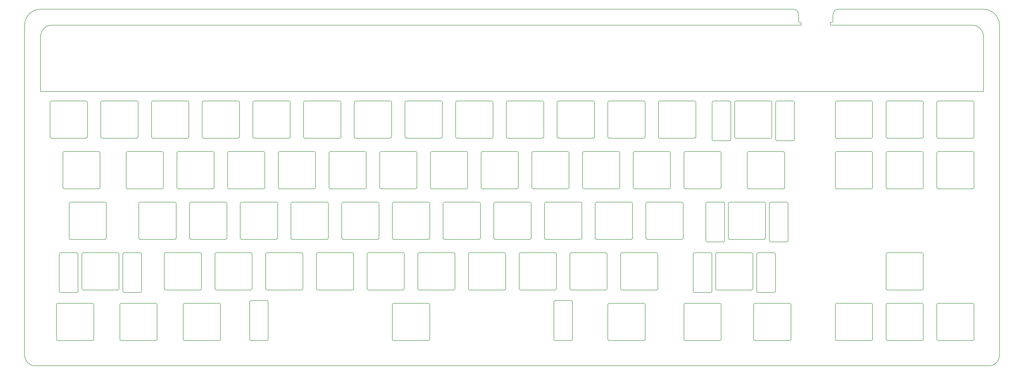
<source format=gbr>
%TF.GenerationSoftware,KiCad,Pcbnew,9.0.0*%
%TF.CreationDate,2025-03-11T22:47:18+00:00*%
%TF.ProjectId,plate,706c6174-652e-46b6-9963-61645f706362,rev?*%
%TF.SameCoordinates,Original*%
%TF.FileFunction,Profile,NP*%
%FSLAX46Y46*%
G04 Gerber Fmt 4.6, Leading zero omitted, Abs format (unit mm)*
G04 Created by KiCad (PCBNEW 9.0.0) date 2025-03-11 22:47:18*
%MOMM*%
%LPD*%
G01*
G04 APERTURE LIST*
%TA.AperFunction,Profile*%
%ADD10C,0.200000*%
%TD*%
G04 APERTURE END LIST*
D10*
X49773582Y-75171766D02*
X49773582Y-88171766D01*
X49273582Y-74671766D02*
G75*
G02*
X49773582Y-75171766I0J-500000D01*
G01*
X36273583Y-74671766D02*
X49273582Y-74671766D01*
X35773582Y-75171767D02*
G75*
G02*
X36273583Y-74671766I500001J0D01*
G01*
X35773582Y-88171765D02*
X35773582Y-75171767D01*
X36273583Y-88671766D02*
G75*
G02*
X35773582Y-88171765I0J500001D01*
G01*
X49273582Y-88671766D02*
X36273583Y-88671766D01*
X49773582Y-88171766D02*
G75*
G02*
X49273582Y-88671766I-500000J0D01*
G01*
X249298582Y-107721766D02*
X236298582Y-107721766D01*
X249798582Y-107221766D02*
G75*
G02*
X249298582Y-107721766I-500000J0D01*
G01*
X249798582Y-94221766D02*
X249798582Y-107221766D01*
X249298582Y-93721766D02*
G75*
G02*
X249798582Y-94221766I0J-500000D01*
G01*
X236298582Y-93721766D02*
X249298582Y-93721766D01*
X235798582Y-94221766D02*
G75*
G02*
X236298582Y-93721766I500000J0D01*
G01*
X235798582Y-107221766D02*
X235798582Y-94221766D01*
X236298582Y-107721766D02*
G75*
G02*
X235798582Y-107221766I0J500000D01*
G01*
X268848582Y-94221766D02*
X268848582Y-107221766D01*
X268348582Y-93721766D02*
G75*
G02*
X268848582Y-94221766I0J-500000D01*
G01*
X255348582Y-93721766D02*
X268348582Y-93721766D01*
X254848582Y-94221766D02*
G75*
G02*
X255348582Y-93721766I500000J0D01*
G01*
X254848582Y-107221766D02*
X254848582Y-94221766D01*
X255348582Y-107721766D02*
G75*
G02*
X254848582Y-107221766I0J500000D01*
G01*
X268348582Y-107721766D02*
X255348582Y-107721766D01*
X268848582Y-107221766D02*
G75*
G02*
X268348582Y-107721766I-500000J0D01*
G01*
X301742882Y-131821766D02*
X307742832Y-131821766D01*
X301242832Y-132314795D02*
G75*
G02*
X301742882Y-131821765I500150J-7171D01*
G01*
X301242832Y-146321766D02*
X301242832Y-132314795D01*
X301742832Y-146821766D02*
G75*
G02*
X301242782Y-146321766I-50J500000D01*
G01*
X307742782Y-146821766D02*
X301742832Y-146821766D01*
X308242832Y-146328666D02*
G75*
G02*
X307742782Y-146821766I-500150J7100D01*
G01*
X308242832Y-132321766D02*
X308242832Y-146328666D01*
X307742832Y-131821766D02*
G75*
G02*
X308242882Y-132321766I50J-500000D01*
G01*
X244536082Y-131821766D02*
G75*
G02*
X245036082Y-132321766I0J-500000D01*
G01*
X245036082Y-145321766D02*
X245036082Y-132321766D01*
X245036082Y-145321766D02*
G75*
G02*
X244536082Y-145821766I-500000J0D01*
G01*
X231536082Y-145821766D02*
X244536082Y-145821766D01*
X231536082Y-145821766D02*
G75*
G02*
X231036082Y-145321766I0J500000D01*
G01*
X231036082Y-132321766D02*
X231036082Y-145321766D01*
X231036082Y-132321766D02*
G75*
G02*
X231536082Y-131821766I500000J0D01*
G01*
X244536082Y-131821766D02*
X231536082Y-131821766D01*
X192648582Y-94221766D02*
X192648582Y-107221766D01*
X192148582Y-93721766D02*
G75*
G02*
X192648582Y-94221766I0J-500000D01*
G01*
X179148582Y-93721766D02*
X192148582Y-93721766D01*
X178648582Y-94221766D02*
G75*
G02*
X179148582Y-93721766I500000J0D01*
G01*
X178648582Y-107221766D02*
X178648582Y-94221766D01*
X179148582Y-107721766D02*
G75*
G02*
X178648582Y-107221766I0J500000D01*
G01*
X192148582Y-107721766D02*
X179148582Y-107721766D01*
X192648582Y-107221766D02*
G75*
G02*
X192148582Y-107721766I-500000J0D01*
G01*
X149786082Y-145321766D02*
G75*
G02*
X149286082Y-145821766I-500000J0D01*
G01*
X136286082Y-145821766D02*
X149286082Y-145821766D01*
X136286082Y-145821766D02*
G75*
G02*
X135786082Y-145321766I0J500000D01*
G01*
X135786082Y-132321766D02*
X135786082Y-145321766D01*
X135786082Y-132321766D02*
G75*
G02*
X136286082Y-131821766I500000J0D01*
G01*
X149286082Y-131821766D02*
X136286082Y-131821766D01*
X149286082Y-131821766D02*
G75*
G02*
X149786082Y-132321766I0J-500000D01*
G01*
X149786082Y-145321766D02*
X149786082Y-132321766D01*
X117236082Y-131821766D02*
X130236082Y-131821766D01*
X116736082Y-132321766D02*
G75*
G02*
X117236082Y-131821766I500000J0D01*
G01*
X116736082Y-145321766D02*
X116736082Y-132321766D01*
X117236082Y-145821766D02*
G75*
G02*
X116736082Y-145321766I0J500000D01*
G01*
X130236082Y-145821766D02*
X117236082Y-145821766D01*
X130736082Y-145321766D02*
G75*
G02*
X130236082Y-145821766I-500000J0D01*
G01*
X130736082Y-132321766D02*
X130736082Y-145321766D01*
X130236082Y-131821766D02*
G75*
G02*
X130736082Y-132321766I0J-500000D01*
G01*
X197411082Y-113271766D02*
X197411082Y-126271766D01*
X196911082Y-112771766D02*
G75*
G02*
X197411082Y-113271766I0J-500000D01*
G01*
X183911082Y-112771766D02*
X196911082Y-112771766D01*
X183411082Y-113271766D02*
G75*
G02*
X183911082Y-112771766I500000J0D01*
G01*
X183411082Y-126271766D02*
X183411082Y-113271766D01*
X183911082Y-126771766D02*
G75*
G02*
X183411082Y-126271766I0J500000D01*
G01*
X196911082Y-126771766D02*
X183911082Y-126771766D01*
X197411082Y-126271766D02*
G75*
G02*
X196911082Y-126771766I-500000J0D01*
G01*
X64348582Y-107221766D02*
X64348582Y-94221766D01*
X64848582Y-107721766D02*
G75*
G02*
X64348582Y-107221766I0J500000D01*
G01*
X77848582Y-107721766D02*
X64848582Y-107721766D01*
X78348582Y-107221766D02*
G75*
G02*
X77848582Y-107721766I-500000J0D01*
G01*
X78348582Y-94221766D02*
X78348582Y-107221766D01*
X77848582Y-93721766D02*
G75*
G02*
X78348582Y-94221766I0J-500000D01*
G01*
X64848582Y-93721766D02*
X77848582Y-93721766D01*
X64348582Y-94221766D02*
G75*
G02*
X64848582Y-93721766I500000J0D01*
G01*
X110711082Y-164371766D02*
X110711082Y-150371766D01*
X111211082Y-164871766D02*
G75*
G02*
X110711082Y-164371766I0J500000D01*
G01*
X117211082Y-164871766D02*
X111211082Y-164871766D01*
X117711082Y-164371766D02*
G75*
G02*
X117211082Y-164871766I-500000J0D01*
G01*
X117711082Y-150371766D02*
X117711082Y-164371766D01*
X117211082Y-149871766D02*
G75*
G02*
X117711082Y-150371766I0J-500000D01*
G01*
X111211082Y-149871766D02*
X117211082Y-149871766D01*
X110711082Y-150371766D02*
G75*
G02*
X111211082Y-149871766I500000J0D01*
G01*
X330800932Y-164371766D02*
X330800932Y-151364795D01*
X331300932Y-164871766D02*
G75*
G02*
X330800882Y-164371766I-50J500000D01*
G01*
X344300882Y-164871766D02*
X331300932Y-164871766D01*
X344800932Y-164378666D02*
G75*
G02*
X344300882Y-164871766I-500150J7100D01*
G01*
X344800932Y-151371766D02*
X344800932Y-164378666D01*
X344300932Y-150871766D02*
G75*
G02*
X344800982Y-151371766I50J-500000D01*
G01*
X331301082Y-150871766D02*
X344300932Y-150871766D01*
X330800932Y-151364795D02*
G75*
G02*
X331301082Y-150871765I500150J-7171D01*
G01*
X125973582Y-75171766D02*
X125973582Y-88171766D01*
X125473582Y-74671766D02*
G75*
G02*
X125973582Y-75171766I0J-500000D01*
G01*
X112473582Y-74671766D02*
X125473582Y-74671766D01*
X111973582Y-75171766D02*
G75*
G02*
X112473582Y-74671766I500000J0D01*
G01*
X111973582Y-88171766D02*
X111973582Y-75171766D01*
X112473582Y-88671766D02*
G75*
G02*
X111973582Y-88171766I0J500000D01*
G01*
X125473582Y-88671766D02*
X112473582Y-88671766D01*
X125973582Y-88171766D02*
G75*
G02*
X125473582Y-88671766I-500000J0D01*
G01*
X225511082Y-149871766D02*
X231511082Y-149871766D01*
X225011082Y-150371766D02*
G75*
G02*
X225511082Y-149871766I500000J0D01*
G01*
X225011082Y-164371766D02*
X225011082Y-150371766D01*
X225511082Y-164871766D02*
G75*
G02*
X225011082Y-164371766I0J500000D01*
G01*
X231511082Y-164871766D02*
X225511082Y-164871766D01*
X232011082Y-164371766D02*
G75*
G02*
X231511082Y-164871766I-500000J0D01*
G01*
X232011082Y-150371766D02*
X232011082Y-164371766D01*
X231511082Y-149871766D02*
G75*
G02*
X232011082Y-150371766I0J-500000D01*
G01*
X349850932Y-88171766D02*
X349850932Y-75164866D01*
X350350932Y-88671766D02*
G75*
G02*
X349850882Y-88171766I-50J500000D01*
G01*
X363350882Y-88671766D02*
X350350932Y-88671766D01*
X363850932Y-88178666D02*
G75*
G02*
X363350882Y-88671766I-500150J7100D01*
G01*
X363850932Y-75171766D02*
X363850932Y-88178666D01*
X363350932Y-74671766D02*
G75*
G02*
X363850982Y-75171766I50J-500000D01*
G01*
X350351082Y-74671766D02*
X363350932Y-74671766D01*
X349850932Y-75164866D02*
G75*
G02*
X350351082Y-74671766I500150J-7100D01*
G01*
X121211082Y-126271766D02*
G75*
G02*
X120711082Y-126771766I-500000J0D01*
G01*
X107711082Y-126771766D02*
X120711082Y-126771766D01*
X107711082Y-126771766D02*
G75*
G02*
X107211082Y-126271766I0J500000D01*
G01*
X107211082Y-113271766D02*
X107211082Y-126271766D01*
X107211082Y-113271766D02*
G75*
G02*
X107711082Y-112771766I500000J0D01*
G01*
X120711082Y-112771766D02*
X107711082Y-112771766D01*
X120711082Y-112771766D02*
G75*
G02*
X121211082Y-113271766I0J-500000D01*
G01*
X121211082Y-126271766D02*
X121211082Y-113271766D01*
X216461082Y-113271766D02*
X216461082Y-126271766D01*
X215961082Y-112771766D02*
G75*
G02*
X216461082Y-113271766I0J-500000D01*
G01*
X202961082Y-112771766D02*
X215961082Y-112771766D01*
X202461082Y-113271766D02*
G75*
G02*
X202961082Y-112771766I500000J0D01*
G01*
X202461082Y-126271766D02*
X202461082Y-113271766D01*
X202961082Y-126771766D02*
G75*
G02*
X202461082Y-126271766I0J500000D01*
G01*
X215961082Y-126771766D02*
X202961082Y-126771766D01*
X216461082Y-126271766D02*
G75*
G02*
X215961082Y-126771766I-500000J0D01*
G01*
X221511082Y-126271766D02*
X221511082Y-113271766D01*
X222011082Y-126771766D02*
G75*
G02*
X221511082Y-126271766I0J500000D01*
G01*
X235011082Y-126771766D02*
X222011082Y-126771766D01*
X235511082Y-126271766D02*
G75*
G02*
X235011082Y-126771766I-500000J0D01*
G01*
X235511082Y-113271766D02*
X235511082Y-126271766D01*
X235011082Y-112771766D02*
G75*
G02*
X235511082Y-113271766I0J-500000D01*
G01*
X222011082Y-112771766D02*
X235011082Y-112771766D01*
X221511082Y-113271766D02*
G75*
G02*
X222011082Y-112771766I500000J0D01*
G01*
X207723582Y-74671766D02*
X220723582Y-74671766D01*
X207223582Y-75171766D02*
G75*
G02*
X207723582Y-74671766I500000J0D01*
G01*
X207223582Y-88171766D02*
X207223582Y-75171766D01*
X207723582Y-88671766D02*
G75*
G02*
X207223582Y-88171766I0J500000D01*
G01*
X220723582Y-88671766D02*
X207723582Y-88671766D01*
X221223582Y-88171766D02*
G75*
G02*
X220723582Y-88671766I-500000J0D01*
G01*
X221223582Y-75171766D02*
X221223582Y-88171766D01*
X220723582Y-74671766D02*
G75*
G02*
X221223582Y-75171766I0J-500000D01*
G01*
X168836082Y-132321766D02*
X168836082Y-145321766D01*
X168336082Y-131821766D02*
G75*
G02*
X168836082Y-132321766I0J-500000D01*
G01*
X155336082Y-131821766D02*
X168336082Y-131821766D01*
X154836082Y-132321766D02*
G75*
G02*
X155336082Y-131821766I500000J0D01*
G01*
X154836082Y-145321766D02*
X154836082Y-132321766D01*
X155336082Y-145821766D02*
G75*
G02*
X154836082Y-145321766I0J500000D01*
G01*
X168336082Y-145821766D02*
X155336082Y-145821766D01*
X168836082Y-145321766D02*
G75*
G02*
X168336082Y-145821766I-500000J0D01*
G01*
X131023582Y-88171766D02*
X131023582Y-75171766D01*
X131523582Y-88671766D02*
G75*
G02*
X131023582Y-88171766I0J500000D01*
G01*
X144523582Y-88671766D02*
X131523582Y-88671766D01*
X145023582Y-88171766D02*
G75*
G02*
X144523582Y-88671766I-500000J0D01*
G01*
X145023582Y-75171766D02*
X145023582Y-88171766D01*
X144523582Y-74671766D02*
G75*
G02*
X145023582Y-75171766I0J-500000D01*
G01*
X131523582Y-74671766D02*
X144523582Y-74671766D01*
X131023582Y-75171766D02*
G75*
G02*
X131523582Y-74671766I500000J0D01*
G01*
X259323582Y-164371766D02*
G75*
G02*
X258823582Y-164871766I-500000J0D01*
G01*
X245823582Y-164871766D02*
X258823582Y-164871766D01*
X245823582Y-164871766D02*
G75*
G02*
X245323582Y-164371766I0J500000D01*
G01*
X245323582Y-151371766D02*
X245323582Y-164371766D01*
X245323582Y-151371766D02*
G75*
G02*
X245823582Y-150871766I500000J0D01*
G01*
X258823582Y-150871766D02*
X245823582Y-150871766D01*
X258823582Y-150871766D02*
G75*
G02*
X259323582Y-151371766I0J-500000D01*
G01*
X259323582Y-164371766D02*
X259323582Y-151371766D01*
X306948582Y-88171766D02*
G75*
G02*
X306448582Y-88671766I-500000J0D01*
G01*
X293448582Y-88671766D02*
X306448582Y-88671766D01*
X293448582Y-88671766D02*
G75*
G02*
X292948582Y-88171766I0J500000D01*
G01*
X292948582Y-75171766D02*
X292948582Y-88171766D01*
X292948582Y-75171766D02*
G75*
G02*
X293448582Y-74671766I500000J0D01*
G01*
X306448582Y-74671766D02*
X293448582Y-74671766D01*
X306448582Y-74671766D02*
G75*
G02*
X306948582Y-75171766I0J-500000D01*
G01*
X306948582Y-88171766D02*
X306948582Y-75171766D01*
X245823582Y-74671766D02*
X258823582Y-74671766D01*
X245323582Y-75171766D02*
G75*
G02*
X245823582Y-74671766I500000J0D01*
G01*
X245323582Y-88171766D02*
X245323582Y-75171766D01*
X245823582Y-88671766D02*
G75*
G02*
X245323582Y-88171766I0J500000D01*
G01*
X258823582Y-88671766D02*
X245823582Y-88671766D01*
X259323582Y-88171766D02*
G75*
G02*
X258823582Y-88671766I-500000J0D01*
G01*
X259323582Y-75171766D02*
X259323582Y-88171766D01*
X258823582Y-74671766D02*
G75*
G02*
X259323582Y-75171766I0J-500000D01*
G01*
X264373582Y-88171766D02*
X264373582Y-75171766D01*
X264873582Y-88671766D02*
G75*
G02*
X264373582Y-88171766I0J500000D01*
G01*
X277873582Y-88671766D02*
X264873582Y-88671766D01*
X278373582Y-88171766D02*
G75*
G02*
X277873582Y-88671766I-500000J0D01*
G01*
X278373582Y-75171766D02*
X278373582Y-88171766D01*
X277873582Y-74671766D02*
G75*
G02*
X278373582Y-75171766I0J-500000D01*
G01*
X264873582Y-74671766D02*
X277873582Y-74671766D01*
X264373582Y-75171766D02*
G75*
G02*
X264873582Y-74671766I500000J0D01*
G01*
X382900932Y-94221766D02*
X382900932Y-107228666D01*
X382400932Y-93721766D02*
G75*
G02*
X382900982Y-94221766I50J-500000D01*
G01*
X369400982Y-93721766D02*
X382400932Y-93721766D01*
X368900932Y-94214795D02*
G75*
G02*
X369400982Y-93721765I500150J-7171D01*
G01*
X368900932Y-107221766D02*
X368900932Y-94214795D01*
X369400932Y-107721766D02*
G75*
G02*
X368900882Y-107221766I-50J500000D01*
G01*
X382400782Y-107721766D02*
X369400932Y-107721766D01*
X382900932Y-107228666D02*
G75*
G02*
X382400782Y-107721766I-500150J7100D01*
G01*
X382900932Y-75171766D02*
X382900932Y-88178666D01*
X382400932Y-74671766D02*
G75*
G02*
X382900982Y-75171766I50J-500000D01*
G01*
X369400982Y-74671766D02*
X382400932Y-74671766D01*
X368900932Y-75164866D02*
G75*
G02*
X369400982Y-74671766I500150J-7100D01*
G01*
X368900932Y-88171766D02*
X368900932Y-75164866D01*
X369400932Y-88671766D02*
G75*
G02*
X368900882Y-88171766I-50J500000D01*
G01*
X382400782Y-88671766D02*
X369400932Y-88671766D01*
X382900932Y-88178666D02*
G75*
G02*
X382400782Y-88671766I-500150J7100D01*
G01*
X150073582Y-75171766D02*
G75*
G02*
X150573582Y-74671766I500000J0D01*
G01*
X163573582Y-74671766D02*
X150573582Y-74671766D01*
X163573582Y-74671766D02*
G75*
G02*
X164073582Y-75171766I0J-500000D01*
G01*
X164073582Y-88171766D02*
X164073582Y-75171766D01*
X164073582Y-88171766D02*
G75*
G02*
X163573582Y-88671766I-500000J0D01*
G01*
X150573582Y-88671766D02*
X163573582Y-88671766D01*
X150573582Y-88671766D02*
G75*
G02*
X150073582Y-88171766I0J500000D01*
G01*
X150073582Y-75171766D02*
X150073582Y-88171766D01*
X102161082Y-113271766D02*
X102161082Y-126271766D01*
X101661082Y-112771766D02*
G75*
G02*
X102161082Y-113271766I0J-500000D01*
G01*
X88661082Y-112771766D02*
X101661082Y-112771766D01*
X88161082Y-113271766D02*
G75*
G02*
X88661082Y-112771766I500000J0D01*
G01*
X88161082Y-126271766D02*
X88161082Y-113271766D01*
X88661082Y-126771766D02*
G75*
G02*
X88161082Y-126271766I0J500000D01*
G01*
X101661082Y-126771766D02*
X88661082Y-126771766D01*
X102161082Y-126271766D02*
G75*
G02*
X101661082Y-126771766I-500000J0D01*
G01*
X159598582Y-107221766D02*
X159598582Y-94221766D01*
X160098582Y-107721766D02*
G75*
G02*
X159598582Y-107221766I0J500000D01*
G01*
X173098582Y-107721766D02*
X160098582Y-107721766D01*
X173598582Y-107221766D02*
G75*
G02*
X173098582Y-107721766I-500000J0D01*
G01*
X173598582Y-94221766D02*
X173598582Y-107221766D01*
X173098582Y-93721766D02*
G75*
G02*
X173598582Y-94221766I0J-500000D01*
G01*
X160098582Y-93721766D02*
X173098582Y-93721766D01*
X159598582Y-94221766D02*
G75*
G02*
X160098582Y-93721766I500000J0D01*
G01*
X314092332Y-151371766D02*
X314092332Y-164378666D01*
X313592332Y-150871766D02*
G75*
G02*
X314092382Y-151371766I50J-500000D01*
G01*
X300592382Y-150871766D02*
X313592332Y-150871766D01*
X300092332Y-151364795D02*
G75*
G02*
X300592382Y-150871765I500150J-7171D01*
G01*
X300092332Y-164371766D02*
X300092332Y-151364795D01*
X300592332Y-164871766D02*
G75*
G02*
X300092282Y-164371766I-50J500000D01*
G01*
X313592182Y-164871766D02*
X300592332Y-164871766D01*
X314092332Y-164378666D02*
G75*
G02*
X313592182Y-164871766I-500150J7100D01*
G01*
X282129332Y-127271766D02*
X282129332Y-113264795D01*
X282629332Y-127771766D02*
G75*
G02*
X282129282Y-127271766I-50J500000D01*
G01*
X288629282Y-127771766D02*
X282629332Y-127771766D01*
X289129332Y-127278666D02*
G75*
G02*
X288629282Y-127771766I-500150J7100D01*
G01*
X289129332Y-113271766D02*
X289129332Y-127278666D01*
X288629332Y-112771766D02*
G75*
G02*
X289129382Y-113271766I50J-500000D01*
G01*
X282629482Y-112771766D02*
X288629332Y-112771766D01*
X282129332Y-113264795D02*
G75*
G02*
X282629482Y-112771765I500150J-7171D01*
G01*
X134998582Y-93721766D02*
G75*
G02*
X135498582Y-94221766I0J-500000D01*
G01*
X135498582Y-107221766D02*
X135498582Y-94221766D01*
X135498582Y-107221766D02*
G75*
G02*
X134998582Y-107721766I-500000J0D01*
G01*
X121998582Y-107721766D02*
X134998582Y-107721766D01*
X121998582Y-107721766D02*
G75*
G02*
X121498582Y-107221766I0J500000D01*
G01*
X121498582Y-94221766D02*
X121498582Y-107221766D01*
X121498582Y-94221766D02*
G75*
G02*
X121998582Y-93721766I500000J0D01*
G01*
X134998582Y-93721766D02*
X121998582Y-93721766D01*
X78636082Y-145321766D02*
X78636082Y-132321766D01*
X79136082Y-145821766D02*
G75*
G02*
X78636082Y-145321766I0J500000D01*
G01*
X92136082Y-145821766D02*
X79136082Y-145821766D01*
X92636082Y-145321766D02*
G75*
G02*
X92136082Y-145821766I-500000J0D01*
G01*
X92636082Y-132321766D02*
X92636082Y-145321766D01*
X92136082Y-131821766D02*
G75*
G02*
X92636082Y-132321766I0J-500000D01*
G01*
X79136082Y-131821766D02*
X92136082Y-131821766D01*
X78636082Y-132321766D02*
G75*
G02*
X79136082Y-131821766I500000J0D01*
G01*
X63117832Y-146321766D02*
X63117832Y-132314795D01*
X63617832Y-146821766D02*
G75*
G02*
X63117782Y-146321766I-50J500000D01*
G01*
X69617782Y-146821766D02*
X63617832Y-146821766D01*
X70117832Y-146328666D02*
G75*
G02*
X69617782Y-146821766I-500150J7100D01*
G01*
X70117832Y-132321766D02*
X70117832Y-146328666D01*
X69617832Y-131821766D02*
G75*
G02*
X70117882Y-132321766I50J-500000D01*
G01*
X63617982Y-131821766D02*
X69617832Y-131821766D01*
X63117832Y-132314795D02*
G75*
G02*
X63617982Y-131821765I500150J-7171D01*
G01*
X42917332Y-126271766D02*
X42917332Y-113271766D01*
X43417332Y-126771766D02*
G75*
G02*
X42917332Y-126271766I0J500000D01*
G01*
X56417282Y-126771766D02*
X43417332Y-126771766D01*
X56917332Y-126278666D02*
G75*
G02*
X56417282Y-126771766I-500150J7100D01*
G01*
X56917332Y-113271766D02*
X56917332Y-126278666D01*
X56417332Y-112771766D02*
G75*
G02*
X56917382Y-113271766I50J-500000D01*
G01*
X43417332Y-112771766D02*
X56417332Y-112771766D01*
X42917332Y-113271766D02*
G75*
G02*
X43417332Y-112771766I500000J0D01*
G01*
X39741833Y-131821766D02*
X45741832Y-131821766D01*
X39241832Y-132321768D02*
G75*
G02*
X39741833Y-131821766I500001J1D01*
G01*
X39241832Y-146321765D02*
X39241832Y-132321768D01*
X39741833Y-146821766D02*
G75*
G02*
X39241832Y-146321765I0J500001D01*
G01*
X45741832Y-146821766D02*
X39741833Y-146821766D01*
X46241832Y-146321766D02*
G75*
G02*
X45741832Y-146821766I-500000J0D01*
G01*
X46241832Y-132321766D02*
X46241832Y-146321766D01*
X45741832Y-131821766D02*
G75*
G02*
X46241832Y-132321766I0J-500000D01*
G01*
X284366832Y-132321766D02*
X284366832Y-146328666D01*
X283866832Y-131821766D02*
G75*
G02*
X284366882Y-132321766I50J-500000D01*
G01*
X277866882Y-131821766D02*
X283866832Y-131821766D01*
X277366832Y-132314795D02*
G75*
G02*
X277866882Y-131821765I500150J-7171D01*
G01*
X277366832Y-146321766D02*
X277366832Y-132314795D01*
X277866832Y-146821766D02*
G75*
G02*
X277366782Y-146321766I-50J500000D01*
G01*
X283866682Y-146821766D02*
X277866832Y-146821766D01*
X284366832Y-146328666D02*
G75*
G02*
X283866682Y-146821766I-500150J7100D01*
G01*
X274398582Y-93721766D02*
X287398582Y-93721766D01*
X273898582Y-94221766D02*
G75*
G02*
X274398582Y-93721766I500000J0D01*
G01*
X273898582Y-107221766D02*
X273898582Y-94221766D01*
X274398582Y-107721766D02*
G75*
G02*
X273898582Y-107221766I0J500000D01*
G01*
X287398582Y-107721766D02*
X274398582Y-107721766D01*
X287898582Y-107221766D02*
G75*
G02*
X287398582Y-107721766I-500000J0D01*
G01*
X287898582Y-94221766D02*
X287898582Y-107221766D01*
X287398582Y-93721766D02*
G75*
G02*
X287898582Y-94221766I0J-500000D01*
G01*
X48179832Y-131821766D02*
X61179832Y-131821766D01*
X47679832Y-132321766D02*
G75*
G02*
X48179832Y-131821766I500000J0D01*
G01*
X47679832Y-145321766D02*
X47679832Y-132321766D01*
X48179832Y-145821766D02*
G75*
G02*
X47679832Y-145321766I0J500000D01*
G01*
X61179782Y-145821766D02*
X48179832Y-145821766D01*
X61679832Y-145328666D02*
G75*
G02*
X61179782Y-145821766I-500150J7100D01*
G01*
X61679832Y-132321766D02*
X61679832Y-145328666D01*
X61179832Y-131821766D02*
G75*
G02*
X61679882Y-132321766I50J-500000D01*
G01*
X69111082Y-126271766D02*
X69111082Y-113271766D01*
X69611082Y-126771766D02*
G75*
G02*
X69111082Y-126271766I0J500000D01*
G01*
X82611082Y-126771766D02*
X69611082Y-126771766D01*
X83111082Y-126271766D02*
G75*
G02*
X82611082Y-126771766I-500000J0D01*
G01*
X83111082Y-113271766D02*
X83111082Y-126271766D01*
X82611082Y-112771766D02*
G75*
G02*
X83111082Y-113271766I0J-500000D01*
G01*
X69611082Y-112771766D02*
X82611082Y-112771766D01*
X69111082Y-113271766D02*
G75*
G02*
X69611082Y-112771766I500000J0D01*
G01*
X106423582Y-74671766D02*
G75*
G02*
X106923582Y-75171766I0J-500000D01*
G01*
X106923582Y-88171766D02*
X106923582Y-75171766D01*
X106923582Y-88171766D02*
G75*
G02*
X106423582Y-88671766I-500000J0D01*
G01*
X93423582Y-88671766D02*
X106423582Y-88671766D01*
X93423582Y-88671766D02*
G75*
G02*
X92923582Y-88171766I0J500000D01*
G01*
X92923582Y-75171766D02*
X92923582Y-88171766D01*
X92923582Y-75171766D02*
G75*
G02*
X93423582Y-74671766I500000J0D01*
G01*
X106423582Y-74671766D02*
X93423582Y-74671766D01*
X216748582Y-107221766D02*
X216748582Y-94221766D01*
X217248582Y-107721766D02*
G75*
G02*
X216748582Y-107221766I0J500000D01*
G01*
X230248582Y-107721766D02*
X217248582Y-107721766D01*
X230748582Y-107221766D02*
G75*
G02*
X230248582Y-107721766I-500000J0D01*
G01*
X230748582Y-94221766D02*
X230748582Y-107221766D01*
X230248582Y-93721766D02*
G75*
G02*
X230748582Y-94221766I0J-500000D01*
G01*
X217248582Y-93721766D02*
X230248582Y-93721766D01*
X216748582Y-94221766D02*
G75*
G02*
X217248582Y-93721766I500000J0D01*
G01*
X264086082Y-132321766D02*
X264086082Y-145321766D01*
X263586082Y-131821766D02*
G75*
G02*
X264086082Y-132321766I0J-500000D01*
G01*
X250586082Y-131821766D02*
X263586082Y-131821766D01*
X250086082Y-132321766D02*
G75*
G02*
X250586082Y-131821766I500000J0D01*
G01*
X250086082Y-145321766D02*
X250086082Y-132321766D01*
X250586082Y-145821766D02*
G75*
G02*
X250086082Y-145321766I0J500000D01*
G01*
X263586082Y-145821766D02*
X250586082Y-145821766D01*
X264086082Y-145321766D02*
G75*
G02*
X263586082Y-145821766I-500000J0D01*
G01*
X198198582Y-93721766D02*
X211198582Y-93721766D01*
X197698582Y-94221766D02*
G75*
G02*
X198198582Y-93721766I500000J0D01*
G01*
X197698582Y-107221766D02*
X197698582Y-94221766D01*
X198198582Y-107721766D02*
G75*
G02*
X197698582Y-107221766I0J500000D01*
G01*
X211198582Y-107721766D02*
X198198582Y-107721766D01*
X211698582Y-107221766D02*
G75*
G02*
X211198582Y-107721766I-500000J0D01*
G01*
X211698582Y-94221766D02*
X211698582Y-107221766D01*
X211198582Y-93721766D02*
G75*
G02*
X211698582Y-94221766I0J-500000D01*
G01*
X51654862Y-150871766D02*
G75*
G02*
X52154832Y-151371736I0J-499970D01*
G01*
X52154832Y-164364666D02*
X52154832Y-151371736D01*
X52154832Y-164364666D02*
G75*
G02*
X51654782Y-164871764I-500150J-6900D01*
G01*
X38654833Y-164871766D02*
X51654782Y-164871766D01*
X38654833Y-164871766D02*
G75*
G02*
X38154832Y-164371765I0J500001D01*
G01*
X38154832Y-151371768D02*
X38154832Y-164371765D01*
X38154832Y-151371768D02*
G75*
G02*
X38654833Y-150871766I500001J1D01*
G01*
X51654862Y-150871766D02*
X38654833Y-150871766D01*
X182623582Y-88671766D02*
X169623582Y-88671766D01*
X183123582Y-88171766D02*
G75*
G02*
X182623582Y-88671766I-500000J0D01*
G01*
X183123582Y-75171766D02*
X183123582Y-88171766D01*
X182623582Y-74671766D02*
G75*
G02*
X183123582Y-75171766I0J-500000D01*
G01*
X169623582Y-74671766D02*
X182623582Y-74671766D01*
X169123582Y-75171766D02*
G75*
G02*
X169623582Y-74671766I500000J0D01*
G01*
X169123582Y-88171766D02*
X169123582Y-75171766D01*
X169623582Y-88671766D02*
G75*
G02*
X169123582Y-88171766I0J500000D01*
G01*
X140261082Y-113271766D02*
X140261082Y-126271766D01*
X139761082Y-112771766D02*
G75*
G02*
X140261082Y-113271766I0J-500000D01*
G01*
X126761082Y-112771766D02*
X139761082Y-112771766D01*
X126261082Y-113271766D02*
G75*
G02*
X126761082Y-112771766I500000J0D01*
G01*
X126261082Y-126271766D02*
X126261082Y-113271766D01*
X126761082Y-126771766D02*
G75*
G02*
X126261082Y-126271766I0J500000D01*
G01*
X139761082Y-126771766D02*
X126761082Y-126771766D01*
X140261082Y-126271766D02*
G75*
G02*
X139761082Y-126771766I-500000J0D01*
G01*
X140548582Y-107221766D02*
X140548582Y-94221766D01*
X141048582Y-107721766D02*
G75*
G02*
X140548582Y-107221766I0J500000D01*
G01*
X154048582Y-107721766D02*
X141048582Y-107721766D01*
X154548582Y-107221766D02*
G75*
G02*
X154048582Y-107721766I-500000J0D01*
G01*
X154548582Y-94221766D02*
X154548582Y-107221766D01*
X154048582Y-93721766D02*
G75*
G02*
X154548582Y-94221766I0J-500000D01*
G01*
X141048582Y-93721766D02*
X154048582Y-93721766D01*
X140548582Y-94221766D02*
G75*
G02*
X141048582Y-93721766I500000J0D01*
G01*
X83898582Y-93721766D02*
X96898582Y-93721766D01*
X83398582Y-94221766D02*
G75*
G02*
X83898582Y-93721766I500000J0D01*
G01*
X83398582Y-107221766D02*
X83398582Y-94221766D01*
X83898582Y-107721766D02*
G75*
G02*
X83398582Y-107221766I0J500000D01*
G01*
X96898582Y-107721766D02*
X83898582Y-107721766D01*
X97398582Y-107221766D02*
G75*
G02*
X96898582Y-107721766I-500000J0D01*
G01*
X97398582Y-94221766D02*
X97398582Y-107221766D01*
X96898582Y-93721766D02*
G75*
G02*
X97398582Y-94221766I0J-500000D01*
G01*
X40536082Y-94221768D02*
G75*
G02*
X41036083Y-93721766I500001J1D01*
G01*
X54036082Y-93721766D02*
X41036083Y-93721766D01*
X54036082Y-93721766D02*
G75*
G02*
X54536082Y-94221766I0J-500000D01*
G01*
X54536082Y-107221766D02*
X54536082Y-94221766D01*
X54536082Y-107221766D02*
G75*
G02*
X54036082Y-107721766I-500000J0D01*
G01*
X41036083Y-107721766D02*
X54036082Y-107721766D01*
X41036083Y-107721766D02*
G75*
G02*
X40536082Y-107221765I0J500001D01*
G01*
X40536082Y-94221768D02*
X40536082Y-107221765D01*
X61967332Y-164371766D02*
X61967332Y-151364795D01*
X62467332Y-164871766D02*
G75*
G02*
X61967282Y-164371766I-50J500000D01*
G01*
X75467282Y-164871766D02*
X62467332Y-164871766D01*
X75967332Y-164378666D02*
G75*
G02*
X75467282Y-164871766I-500150J7100D01*
G01*
X75967332Y-151371766D02*
X75967332Y-164378666D01*
X75467332Y-150871766D02*
G75*
G02*
X75967382Y-151371766I50J-500000D01*
G01*
X62467482Y-150871766D02*
X75467332Y-150871766D01*
X61967332Y-151364795D02*
G75*
G02*
X62467482Y-150871765I500150J-7171D01*
G01*
X187886082Y-132321766D02*
X187886082Y-145321766D01*
X187386082Y-131821766D02*
G75*
G02*
X187886082Y-132321766I0J-500000D01*
G01*
X174386082Y-131821766D02*
X187386082Y-131821766D01*
X173886082Y-132321766D02*
G75*
G02*
X174386082Y-131821766I500000J0D01*
G01*
X173886082Y-145321766D02*
X173886082Y-132321766D01*
X174386082Y-145821766D02*
G75*
G02*
X173886082Y-145321766I0J500000D01*
G01*
X187386082Y-145821766D02*
X174386082Y-145821766D01*
X187886082Y-145321766D02*
G75*
G02*
X187386082Y-145821766I-500000J0D01*
G01*
X226773582Y-74671766D02*
X239773582Y-74671766D01*
X226273582Y-75171766D02*
G75*
G02*
X226773582Y-74671766I500000J0D01*
G01*
X226273582Y-88171766D02*
X226273582Y-75171766D01*
X226773582Y-88671766D02*
G75*
G02*
X226273582Y-88171766I0J500000D01*
G01*
X239773582Y-88671766D02*
X226773582Y-88671766D01*
X240273582Y-88171766D02*
G75*
G02*
X239773582Y-88671766I-500000J0D01*
G01*
X240273582Y-75171766D02*
X240273582Y-88171766D01*
X239773582Y-74671766D02*
G75*
G02*
X240273582Y-75171766I0J-500000D01*
G01*
X308386582Y-75171766D02*
G75*
G02*
X308886582Y-74671766I500000J0D01*
G01*
X314886582Y-74671766D02*
X308886582Y-74671766D01*
X314886582Y-74671766D02*
G75*
G02*
X315386582Y-75171766I0J-500000D01*
G01*
X315386582Y-89171766D02*
X315386582Y-75171766D01*
X315386582Y-89171766D02*
G75*
G02*
X314886582Y-89671766I-500000J0D01*
G01*
X308886582Y-89671766D02*
X314886582Y-89671766D01*
X308886582Y-89671766D02*
G75*
G02*
X308386582Y-89171766I0J500000D01*
G01*
X308386582Y-75171766D02*
X308386582Y-89171766D01*
X363350882Y-164871766D02*
X350350932Y-164871766D01*
X363850932Y-164378666D02*
G75*
G02*
X363350882Y-164871766I-500150J7100D01*
G01*
X363850932Y-151371766D02*
X363850932Y-164378666D01*
X363350932Y-150871766D02*
G75*
G02*
X363850982Y-151371766I50J-500000D01*
G01*
X350350982Y-150871766D02*
X363350932Y-150871766D01*
X349850932Y-151364795D02*
G75*
G02*
X350350982Y-150871765I500150J-7171D01*
G01*
X349850932Y-164371766D02*
X349850932Y-151364795D01*
X350350932Y-164871766D02*
G75*
G02*
X349850882Y-164371766I-50J500000D01*
G01*
X74373582Y-74671766D02*
X87373582Y-74671766D01*
X73873582Y-75171766D02*
G75*
G02*
X74373582Y-74671766I500000J0D01*
G01*
X73873582Y-88171766D02*
X73873582Y-75171766D01*
X74373582Y-88671766D02*
G75*
G02*
X73873582Y-88171766I0J500000D01*
G01*
X87373582Y-88671766D02*
X74373582Y-88671766D01*
X87873582Y-88171766D02*
G75*
G02*
X87373582Y-88671766I-500000J0D01*
G01*
X87873582Y-75171766D02*
X87873582Y-88171766D01*
X87373582Y-74671766D02*
G75*
G02*
X87873582Y-75171766I0J-500000D01*
G01*
X306505382Y-112771766D02*
X312505332Y-112771766D01*
X306005332Y-113264795D02*
G75*
G02*
X306505382Y-112771765I500150J-7171D01*
G01*
X306005332Y-127271766D02*
X306005332Y-113264795D01*
X306505332Y-127771766D02*
G75*
G02*
X306005282Y-127271766I-50J500000D01*
G01*
X312505282Y-127771766D02*
X306505332Y-127771766D01*
X313005332Y-127278666D02*
G75*
G02*
X312505282Y-127771766I-500150J7100D01*
G01*
X313005332Y-113271766D02*
X313005332Y-127278666D01*
X312505332Y-112771766D02*
G75*
G02*
X313005382Y-113271766I50J-500000D01*
G01*
X273611082Y-113271766D02*
X273611082Y-126271766D01*
X273111082Y-112771766D02*
G75*
G02*
X273611082Y-113271766I0J-500000D01*
G01*
X260111082Y-112771766D02*
X273111082Y-112771766D01*
X259611082Y-113271766D02*
G75*
G02*
X260111082Y-112771766I500000J0D01*
G01*
X259611082Y-126271766D02*
X259611082Y-113271766D01*
X260111082Y-126771766D02*
G75*
G02*
X259611082Y-126271766I0J500000D01*
G01*
X273111082Y-126771766D02*
X260111082Y-126771766D01*
X273611082Y-126271766D02*
G75*
G02*
X273111082Y-126771766I-500000J0D01*
G01*
X284510582Y-89171766D02*
X284510582Y-75171766D01*
X285010582Y-89671766D02*
G75*
G02*
X284510582Y-89171766I0J500000D01*
G01*
X291010582Y-89671766D02*
X285010582Y-89671766D01*
X291510582Y-89171766D02*
G75*
G02*
X291010582Y-89671766I-500000J0D01*
G01*
X291510582Y-75171766D02*
X291510582Y-89171766D01*
X291010582Y-74671766D02*
G75*
G02*
X291510582Y-75171766I0J-500000D01*
G01*
X285010582Y-74671766D02*
X291010582Y-74671766D01*
X284510582Y-75171766D02*
G75*
G02*
X285010582Y-74671766I500000J0D01*
G01*
X225486082Y-131821766D02*
G75*
G02*
X225986082Y-132321766I0J-500000D01*
G01*
X225986082Y-145321766D02*
X225986082Y-132321766D01*
X225986082Y-145321766D02*
G75*
G02*
X225486082Y-145821766I-500000J0D01*
G01*
X212486082Y-145821766D02*
X225486082Y-145821766D01*
X212486082Y-145821766D02*
G75*
G02*
X211986082Y-145321766I0J500000D01*
G01*
X211986082Y-132321766D02*
X211986082Y-145321766D01*
X211986082Y-132321766D02*
G75*
G02*
X212486082Y-131821766I500000J0D01*
G01*
X225486082Y-131821766D02*
X212486082Y-131821766D01*
X240561082Y-126271766D02*
X240561082Y-113271766D01*
X241061082Y-126771766D02*
G75*
G02*
X240561082Y-126271766I0J500000D01*
G01*
X254061082Y-126771766D02*
X241061082Y-126771766D01*
X254561082Y-126271766D02*
G75*
G02*
X254061082Y-126771766I-500000J0D01*
G01*
X254561082Y-113271766D02*
X254561082Y-126271766D01*
X254061082Y-112771766D02*
G75*
G02*
X254561082Y-113271766I0J-500000D01*
G01*
X241061082Y-112771766D02*
X254061082Y-112771766D01*
X240561082Y-113271766D02*
G75*
G02*
X241061082Y-112771766I500000J0D01*
G01*
X68823582Y-75171766D02*
X68823582Y-88171766D01*
X68323582Y-74671766D02*
G75*
G02*
X68823582Y-75171766I0J-500000D01*
G01*
X55323582Y-74671766D02*
X68323582Y-74671766D01*
X54823582Y-75171766D02*
G75*
G02*
X55323582Y-74671766I500000J0D01*
G01*
X54823582Y-88171766D02*
X54823582Y-75171766D01*
X55323582Y-88671766D02*
G75*
G02*
X54823582Y-88171766I0J500000D01*
G01*
X68323582Y-88671766D02*
X55323582Y-88671766D01*
X68823582Y-88171766D02*
G75*
G02*
X68323582Y-88671766I-500000J0D01*
G01*
X164361082Y-164371766D02*
X164361082Y-151371766D01*
X164861082Y-164871766D02*
G75*
G02*
X164361082Y-164371766I0J500000D01*
G01*
X177861082Y-164871766D02*
X164861082Y-164871766D01*
X178361082Y-164371766D02*
G75*
G02*
X177861082Y-164871766I-500000J0D01*
G01*
X178361082Y-151371766D02*
X178361082Y-164371766D01*
X177861082Y-150871766D02*
G75*
G02*
X178361082Y-151371766I0J-500000D01*
G01*
X164861082Y-150871766D02*
X177861082Y-150871766D01*
X164361082Y-151371766D02*
G75*
G02*
X164861082Y-150871766I500000J0D01*
G01*
X304567332Y-113271766D02*
X304567332Y-126278666D01*
X304067332Y-112771766D02*
G75*
G02*
X304567382Y-113271766I50J-500000D01*
G01*
X291067382Y-112771766D02*
X304067332Y-112771766D01*
X290567332Y-113264795D02*
G75*
G02*
X291067382Y-112771765I500150J-7171D01*
G01*
X290567332Y-126271766D02*
X290567332Y-113264795D01*
X291067332Y-126771766D02*
G75*
G02*
X290567282Y-126271766I-50J500000D01*
G01*
X304067182Y-126771766D02*
X291067332Y-126771766D01*
X304567332Y-126278666D02*
G75*
G02*
X304067182Y-126771766I-500150J7100D01*
G01*
X363850932Y-94221766D02*
X363850932Y-107228666D01*
X363350932Y-93721766D02*
G75*
G02*
X363850982Y-94221766I50J-500000D01*
G01*
X350350982Y-93721766D02*
X363350932Y-93721766D01*
X349850932Y-94214795D02*
G75*
G02*
X350350982Y-93721765I500150J-7171D01*
G01*
X349850932Y-107221766D02*
X349850932Y-94214795D01*
X350350932Y-107721766D02*
G75*
G02*
X349850882Y-107221766I-50J500000D01*
G01*
X363350782Y-107721766D02*
X350350932Y-107721766D01*
X363850932Y-107228666D02*
G75*
G02*
X363350782Y-107721766I-500150J7100D01*
G01*
X331300982Y-74671766D02*
X344300932Y-74671766D01*
X330800932Y-75164866D02*
G75*
G02*
X331300982Y-74671766I500150J-7100D01*
G01*
X330800932Y-88171766D02*
X330800932Y-75164866D01*
X331300932Y-88671766D02*
G75*
G02*
X330800882Y-88171766I-50J500000D01*
G01*
X344300882Y-88671766D02*
X331300932Y-88671766D01*
X344800932Y-88178666D02*
G75*
G02*
X344300882Y-88671766I-500150J7100D01*
G01*
X344800932Y-75171766D02*
X344800932Y-88178666D01*
X344300932Y-74671766D02*
G75*
G02*
X344800982Y-75171766I50J-500000D01*
G01*
X368900932Y-164371766D02*
X368900932Y-151364795D01*
X369400932Y-164871766D02*
G75*
G02*
X368900882Y-164371766I-50J500000D01*
G01*
X382400882Y-164871766D02*
X369400932Y-164871766D01*
X382900932Y-164378666D02*
G75*
G02*
X382400882Y-164871766I-500150J7100D01*
G01*
X382900932Y-151371766D02*
X382900932Y-164378666D01*
X382400932Y-150871766D02*
G75*
G02*
X382900982Y-151371766I50J-500000D01*
G01*
X369401082Y-150871766D02*
X382400932Y-150871766D01*
X368900932Y-151364795D02*
G75*
G02*
X369401082Y-150871765I500150J-7171D01*
G01*
X86279882Y-150871766D02*
X99279832Y-150871766D01*
X85779832Y-151364795D02*
G75*
G02*
X86279882Y-150871765I500150J-7171D01*
G01*
X85779832Y-164371766D02*
X85779832Y-151364795D01*
X86279832Y-164871766D02*
G75*
G02*
X85779782Y-164371766I-50J500000D01*
G01*
X99279782Y-164871766D02*
X86279832Y-164871766D01*
X99779832Y-164378666D02*
G75*
G02*
X99279782Y-164871766I-500150J7100D01*
G01*
X99779832Y-151371766D02*
X99779832Y-164378666D01*
X99279832Y-150871766D02*
G75*
G02*
X99779882Y-151371766I50J-500000D01*
G01*
X111186082Y-145821766D02*
X98186082Y-145821766D01*
X111686082Y-145321766D02*
G75*
G02*
X111186082Y-145821766I-500000J0D01*
G01*
X111686082Y-132321766D02*
X111686082Y-145321766D01*
X111186082Y-131821766D02*
G75*
G02*
X111686082Y-132321766I0J-500000D01*
G01*
X98186082Y-131821766D02*
X111186082Y-131821766D01*
X97686082Y-132321766D02*
G75*
G02*
X98186082Y-131821766I500000J0D01*
G01*
X97686082Y-145321766D02*
X97686082Y-132321766D01*
X98186082Y-145821766D02*
G75*
G02*
X97686082Y-145321766I0J500000D01*
G01*
X116448582Y-94221766D02*
X116448582Y-107221766D01*
X115948582Y-93721766D02*
G75*
G02*
X116448582Y-94221766I0J-500000D01*
G01*
X102948582Y-93721766D02*
X115948582Y-93721766D01*
X102448582Y-94221766D02*
G75*
G02*
X102948582Y-93721766I500000J0D01*
G01*
X102448582Y-107221766D02*
X102448582Y-94221766D01*
X102948582Y-107721766D02*
G75*
G02*
X102448582Y-107221766I0J500000D01*
G01*
X115948582Y-107721766D02*
X102948582Y-107721766D01*
X116448582Y-107221766D02*
G75*
G02*
X115948582Y-107721766I-500000J0D01*
G01*
X331300982Y-93721766D02*
X344300932Y-93721766D01*
X330800932Y-94214795D02*
G75*
G02*
X331300982Y-93721765I500150J-7171D01*
G01*
X330800932Y-107221766D02*
X330800932Y-94214795D01*
X331300932Y-107721766D02*
G75*
G02*
X330800882Y-107221766I-50J500000D01*
G01*
X344300882Y-107721766D02*
X331300932Y-107721766D01*
X344800932Y-107228666D02*
G75*
G02*
X344300882Y-107721766I-500150J7100D01*
G01*
X344800932Y-94221766D02*
X344800932Y-107228666D01*
X344300932Y-93721766D02*
G75*
G02*
X344800982Y-94221766I50J-500000D01*
G01*
X202173582Y-75171766D02*
X202173582Y-88171766D01*
X201673582Y-74671766D02*
G75*
G02*
X202173582Y-75171766I0J-500000D01*
G01*
X188673582Y-74671766D02*
X201673582Y-74671766D01*
X188173582Y-75171766D02*
G75*
G02*
X188673582Y-74671766I500000J0D01*
G01*
X188173582Y-88171766D02*
X188173582Y-75171766D01*
X188673582Y-88671766D02*
G75*
G02*
X188173582Y-88171766I0J500000D01*
G01*
X201673582Y-88671766D02*
X188673582Y-88671766D01*
X202173582Y-88171766D02*
G75*
G02*
X201673582Y-88671766I-500000J0D01*
G01*
X164361082Y-126271766D02*
X164361082Y-113271766D01*
X164861082Y-126771766D02*
G75*
G02*
X164361082Y-126271766I0J500000D01*
G01*
X177861082Y-126771766D02*
X164861082Y-126771766D01*
X178361082Y-126271766D02*
G75*
G02*
X177861082Y-126771766I-500000J0D01*
G01*
X178361082Y-113271766D02*
X178361082Y-126271766D01*
X177861082Y-112771766D02*
G75*
G02*
X178361082Y-113271766I0J-500000D01*
G01*
X164861082Y-112771766D02*
X177861082Y-112771766D01*
X164361082Y-113271766D02*
G75*
G02*
X164861082Y-112771766I500000J0D01*
G01*
X145811082Y-112771766D02*
X158811082Y-112771766D01*
X145311082Y-113271766D02*
G75*
G02*
X145811082Y-112771766I500000J0D01*
G01*
X145311082Y-126271766D02*
X145311082Y-113271766D01*
X145811082Y-126771766D02*
G75*
G02*
X145311082Y-126271766I0J500000D01*
G01*
X158811082Y-126771766D02*
X145811082Y-126771766D01*
X159311082Y-126271766D02*
G75*
G02*
X158811082Y-126771766I-500000J0D01*
G01*
X159311082Y-113271766D02*
X159311082Y-126271766D01*
X158811082Y-112771766D02*
G75*
G02*
X159311082Y-113271766I0J-500000D01*
G01*
X206436082Y-145821766D02*
X193436082Y-145821766D01*
X206936082Y-145321766D02*
G75*
G02*
X206436082Y-145821766I-500000J0D01*
G01*
X206936082Y-132321766D02*
X206936082Y-145321766D01*
X206436082Y-131821766D02*
G75*
G02*
X206936082Y-132321766I0J-500000D01*
G01*
X193436082Y-131821766D02*
X206436082Y-131821766D01*
X192936082Y-132321766D02*
G75*
G02*
X193436082Y-131821766I500000J0D01*
G01*
X192936082Y-145321766D02*
X192936082Y-132321766D01*
X193436082Y-145821766D02*
G75*
G02*
X192936082Y-145321766I0J500000D01*
G01*
X363850932Y-132321766D02*
X363850932Y-145328666D01*
X363350932Y-131821766D02*
G75*
G02*
X363850982Y-132321766I50J-500000D01*
G01*
X350350982Y-131821766D02*
X363350932Y-131821766D01*
X349850932Y-132314795D02*
G75*
G02*
X350350982Y-131821765I500150J-7171D01*
G01*
X349850932Y-145321766D02*
X349850932Y-132314795D01*
X350350932Y-145821766D02*
G75*
G02*
X349850882Y-145321766I-50J500000D01*
G01*
X363350782Y-145821766D02*
X350350932Y-145821766D01*
X363850932Y-145328666D02*
G75*
G02*
X363350782Y-145821766I-500150J7100D01*
G01*
X299304832Y-131821766D02*
G75*
G02*
X299804882Y-132321766I50J-500000D01*
G01*
X299804832Y-145314666D02*
X299804832Y-132321766D01*
X299804832Y-145314666D02*
G75*
G02*
X299304782Y-145821764I-500150J-6900D01*
G01*
X286304832Y-145821766D02*
X299304782Y-145821766D01*
X286304832Y-145821766D02*
G75*
G02*
X285804782Y-145321766I-50J500000D01*
G01*
X285804832Y-132328937D02*
X285804832Y-145321766D01*
X285804832Y-132328937D02*
G75*
G02*
X286304982Y-131821767I500150J6971D01*
G01*
X299304832Y-131821766D02*
X286304982Y-131821766D01*
X297711082Y-107221766D02*
X297711082Y-94221766D01*
X298211082Y-107721766D02*
G75*
G02*
X297711082Y-107221766I0J500000D01*
G01*
X311211082Y-107721766D02*
X298211082Y-107721766D01*
X311711082Y-107221766D02*
G75*
G02*
X311211082Y-107721766I-500000J0D01*
G01*
X311711082Y-94221766D02*
X311711082Y-107221766D01*
X311211082Y-93721766D02*
G75*
G02*
X311711082Y-94221766I0J-500000D01*
G01*
X298211082Y-93721766D02*
X311211082Y-93721766D01*
X297711082Y-94221766D02*
G75*
G02*
X298211082Y-93721766I500000J0D01*
G01*
X287898582Y-151371766D02*
X287898582Y-164371766D01*
X287398582Y-150871766D02*
G75*
G02*
X287898582Y-151371766I0J-500000D01*
G01*
X274398582Y-150871766D02*
X287398582Y-150871766D01*
X273898582Y-151371766D02*
G75*
G02*
X274398582Y-150871766I500000J0D01*
G01*
X273898582Y-164371766D02*
X273898582Y-151371766D01*
X274398582Y-164871766D02*
G75*
G02*
X273898582Y-164371766I0J500000D01*
G01*
X287398582Y-164871766D02*
X274398582Y-164871766D01*
X287898582Y-164371766D02*
G75*
G02*
X287398582Y-164871766I-500000J0D01*
G01*
X317662332Y-45092454D02*
G75*
G02*
X317962394Y-45392466I50J-300012D01*
G01*
X317470256Y-45092454D02*
X317662332Y-45092454D01*
X317470256Y-45092454D02*
G75*
G02*
X316962334Y-44592466I-7774J500088D01*
G01*
X316962332Y-42092466D02*
X316962332Y-44592466D01*
X314962332Y-40092454D02*
G75*
G02*
X316962394Y-42092466I50J-2000012D01*
G01*
X32199999Y-40092454D02*
X314962332Y-40092454D01*
X26200000Y-46092453D02*
G75*
G02*
X32199999Y-40092454I5999999J0D01*
G01*
X26200000Y-170400000D02*
X26200000Y-46092453D01*
X30199999Y-174400000D02*
G75*
G02*
X26200000Y-170400000I1J4000000D01*
G01*
X388433582Y-174400000D02*
X30199999Y-174400000D01*
X392433581Y-170400000D02*
G75*
G02*
X388433582Y-174400065I-3999999J-66D01*
G01*
X392433581Y-46092466D02*
X392433581Y-170400000D01*
X386433581Y-40092454D02*
G75*
G02*
X392433594Y-46092466I1J-6000012D01*
G01*
X331902482Y-40092454D02*
X386433581Y-40092454D01*
X329902332Y-42076946D02*
G75*
G02*
X331902482Y-40092454I2000150J-15720D01*
G01*
X329902332Y-44592454D02*
X329902332Y-42076946D01*
X329902332Y-44592454D02*
G75*
G02*
X329402382Y-45092516I-499950J-112D01*
G01*
X329202482Y-45092454D02*
X329402382Y-45092454D01*
X328902332Y-45386516D02*
G75*
G02*
X329202482Y-45092453I300150J-6150D01*
G01*
X328902332Y-46092454D02*
X328902332Y-45386516D01*
X382112104Y-46092454D02*
X328902332Y-46092454D01*
X382112104Y-46092454D02*
G75*
G02*
X386433580Y-50381474I14378J-4307112D01*
G01*
X386433581Y-71124951D02*
X386433581Y-50381474D01*
X32200000Y-71124951D02*
X386433581Y-71124951D01*
X32200000Y-50399452D02*
X32200000Y-71124951D01*
X32200000Y-50399452D02*
G75*
G02*
X36506997Y-46092454I4306998J0D01*
G01*
X317962332Y-46092454D02*
X36506997Y-46092454D01*
X317962332Y-45392466D02*
X317962332Y-46092454D01*
M02*

</source>
